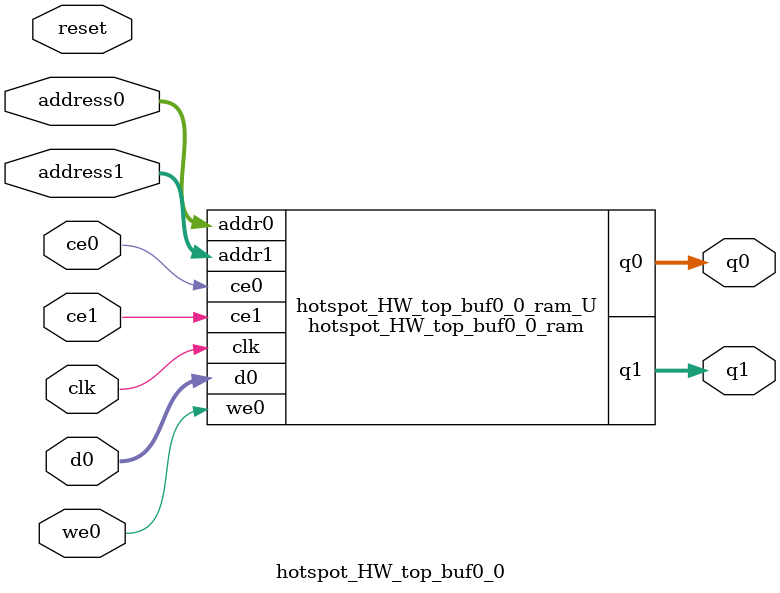
<source format=v>
`timescale 1 ns / 1 ps
module hotspot_HW_top_buf0_0_ram (addr0, ce0, d0, we0, q0, addr1, ce1, q1,  clk);

parameter DWIDTH = 32;
parameter AWIDTH = 8;
parameter MEM_SIZE = 256;

input[AWIDTH-1:0] addr0;
input ce0;
input[DWIDTH-1:0] d0;
input we0;
output reg[DWIDTH-1:0] q0;
input[AWIDTH-1:0] addr1;
input ce1;
output reg[DWIDTH-1:0] q1;
input clk;

reg [DWIDTH-1:0] ram[0:MEM_SIZE-1];




always @(posedge clk)  
begin 
    if (ce0) begin
        if (we0) 
            ram[addr0] <= d0; 
        q0 <= ram[addr0];
    end
end


always @(posedge clk)  
begin 
    if (ce1) begin
        q1 <= ram[addr1];
    end
end


endmodule

`timescale 1 ns / 1 ps
module hotspot_HW_top_buf0_0(
    reset,
    clk,
    address0,
    ce0,
    we0,
    d0,
    q0,
    address1,
    ce1,
    q1);

parameter DataWidth = 32'd32;
parameter AddressRange = 32'd256;
parameter AddressWidth = 32'd8;
input reset;
input clk;
input[AddressWidth - 1:0] address0;
input ce0;
input we0;
input[DataWidth - 1:0] d0;
output[DataWidth - 1:0] q0;
input[AddressWidth - 1:0] address1;
input ce1;
output[DataWidth - 1:0] q1;



hotspot_HW_top_buf0_0_ram hotspot_HW_top_buf0_0_ram_U(
    .clk( clk ),
    .addr0( address0 ),
    .ce0( ce0 ),
    .we0( we0 ),
    .d0( d0 ),
    .q0( q0 ),
    .addr1( address1 ),
    .ce1( ce1 ),
    .q1( q1 ));

endmodule


</source>
